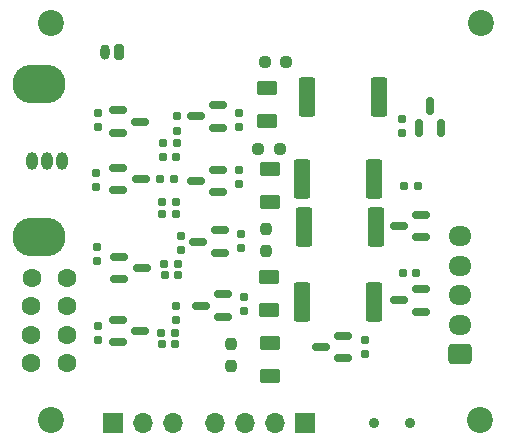
<source format=gbr>
%TF.GenerationSoftware,KiCad,Pcbnew,7.0.6*%
%TF.CreationDate,2023-10-31T01:28:30+01:00*%
%TF.ProjectId,BMSv2,424d5376-322e-46b6-9963-61645f706362,rev?*%
%TF.SameCoordinates,Original*%
%TF.FileFunction,Soldermask,Bot*%
%TF.FilePolarity,Negative*%
%FSLAX46Y46*%
G04 Gerber Fmt 4.6, Leading zero omitted, Abs format (unit mm)*
G04 Created by KiCad (PCBNEW 7.0.6) date 2023-10-31 01:28:30*
%MOMM*%
%LPD*%
G01*
G04 APERTURE LIST*
G04 Aperture macros list*
%AMRoundRect*
0 Rectangle with rounded corners*
0 $1 Rounding radius*
0 $2 $3 $4 $5 $6 $7 $8 $9 X,Y pos of 4 corners*
0 Add a 4 corners polygon primitive as box body*
4,1,4,$2,$3,$4,$5,$6,$7,$8,$9,$2,$3,0*
0 Add four circle primitives for the rounded corners*
1,1,$1+$1,$2,$3*
1,1,$1+$1,$4,$5*
1,1,$1+$1,$6,$7*
1,1,$1+$1,$8,$9*
0 Add four rect primitives between the rounded corners*
20,1,$1+$1,$2,$3,$4,$5,0*
20,1,$1+$1,$4,$5,$6,$7,0*
20,1,$1+$1,$6,$7,$8,$9,0*
20,1,$1+$1,$8,$9,$2,$3,0*%
G04 Aperture macros list end*
%ADD10C,0.900000*%
%ADD11RoundRect,0.250000X0.725000X-0.600000X0.725000X0.600000X-0.725000X0.600000X-0.725000X-0.600000X0*%
%ADD12O,1.950000X1.700000*%
%ADD13C,2.200000*%
%ADD14R,1.700000X1.700000*%
%ADD15O,1.700000X1.700000*%
%ADD16RoundRect,0.200000X0.200000X0.450000X-0.200000X0.450000X-0.200000X-0.450000X0.200000X-0.450000X0*%
%ADD17O,0.800000X1.300000*%
%ADD18C,1.600000*%
%ADD19RoundRect,0.160000X0.197500X0.160000X-0.197500X0.160000X-0.197500X-0.160000X0.197500X-0.160000X0*%
%ADD20RoundRect,0.150000X0.587500X0.150000X-0.587500X0.150000X-0.587500X-0.150000X0.587500X-0.150000X0*%
%ADD21RoundRect,0.249999X0.450001X1.425001X-0.450001X1.425001X-0.450001X-1.425001X0.450001X-1.425001X0*%
%ADD22RoundRect,0.160000X0.160000X-0.197500X0.160000X0.197500X-0.160000X0.197500X-0.160000X-0.197500X0*%
%ADD23RoundRect,0.160000X-0.160000X0.197500X-0.160000X-0.197500X0.160000X-0.197500X0.160000X0.197500X0*%
%ADD24RoundRect,0.150000X-0.587500X-0.150000X0.587500X-0.150000X0.587500X0.150000X-0.587500X0.150000X0*%
%ADD25RoundRect,0.237500X0.237500X-0.250000X0.237500X0.250000X-0.237500X0.250000X-0.237500X-0.250000X0*%
%ADD26RoundRect,0.155000X0.155000X-0.212500X0.155000X0.212500X-0.155000X0.212500X-0.155000X-0.212500X0*%
%ADD27RoundRect,0.250000X0.625000X-0.375000X0.625000X0.375000X-0.625000X0.375000X-0.625000X-0.375000X0*%
%ADD28RoundRect,0.155000X0.212500X0.155000X-0.212500X0.155000X-0.212500X-0.155000X0.212500X-0.155000X0*%
%ADD29RoundRect,0.237500X-0.250000X-0.237500X0.250000X-0.237500X0.250000X0.237500X-0.250000X0.237500X0*%
%ADD30O,1.000000X1.500000*%
%ADD31O,4.500000X3.300000*%
%ADD32RoundRect,0.237500X-0.237500X0.250000X-0.237500X-0.250000X0.237500X-0.250000X0.237500X0.250000X0*%
%ADD33RoundRect,0.150000X0.150000X-0.587500X0.150000X0.587500X-0.150000X0.587500X-0.150000X-0.587500X0*%
G04 APERTURE END LIST*
D10*
%TO.C,SW1*%
X100618600Y-81235000D03*
X103618600Y-81235000D03*
%TD*%
D11*
%TO.C,J1*%
X107913600Y-75371400D03*
D12*
X107913600Y-72871400D03*
X107913600Y-70371400D03*
X107913600Y-67871400D03*
X107913600Y-65371400D03*
%TD*%
D13*
%TO.C,H2*%
X109601000Y-80949800D03*
%TD*%
%TO.C,H4*%
X73232400Y-80924400D03*
%TD*%
D14*
%TO.C,J2*%
X94792800Y-81229200D03*
D15*
X92252800Y-81229200D03*
X89712800Y-81229200D03*
X87172800Y-81229200D03*
%TD*%
D16*
%TO.C,J3*%
X79053600Y-49801400D03*
D17*
X77803600Y-49801400D03*
%TD*%
D18*
%TO.C,TH3*%
X74602600Y-71323200D03*
X71602600Y-71323200D03*
%TD*%
%TO.C,TH2*%
X74575800Y-73710800D03*
X71575800Y-73710800D03*
%TD*%
D14*
%TO.C,J5*%
X78486000Y-81203800D03*
D15*
X81026000Y-81203800D03*
X83566000Y-81203800D03*
%TD*%
D13*
%TO.C,H3*%
X73257800Y-47371000D03*
%TD*%
%TO.C,H1*%
X109677200Y-47345600D03*
%TD*%
D18*
%TO.C,TH1*%
X74575800Y-76098400D03*
X71575800Y-76098400D03*
%TD*%
%TO.C,TH4*%
X74652000Y-68910200D03*
X71652000Y-68910200D03*
%TD*%
D19*
%TO.C,R16*%
X83680900Y-60528200D03*
X82485900Y-60528200D03*
%TD*%
D20*
%TO.C,Q15*%
X104623600Y-63581400D03*
X104623600Y-65481400D03*
X102748600Y-64531400D03*
%TD*%
D21*
%TO.C,R41*%
X100992400Y-53568600D03*
X94892400Y-53568600D03*
%TD*%
D22*
%TO.C,R12*%
X89179400Y-56172700D03*
X89179400Y-54977700D03*
%TD*%
D23*
%TO.C,R26*%
X77190600Y-66319400D03*
X77190600Y-67514400D03*
%TD*%
D24*
%TO.C,Q2*%
X78897000Y-56623700D03*
X78897000Y-54723700D03*
X80772000Y-55673700D03*
%TD*%
D20*
%TO.C,Q3*%
X87399100Y-54281700D03*
X87399100Y-56181700D03*
X85524100Y-55231700D03*
%TD*%
D24*
%TO.C,Q4*%
X78968600Y-61502200D03*
X78968600Y-59602200D03*
X80843600Y-60552200D03*
%TD*%
D22*
%TO.C,R27*%
X77254700Y-74155900D03*
X77254700Y-72960900D03*
%TD*%
D20*
%TO.C,Q17*%
X97993200Y-73792000D03*
X97993200Y-75692000D03*
X96118200Y-74742000D03*
%TD*%
D25*
%TO.C,R39*%
X91490800Y-66596900D03*
X91490800Y-64771900D03*
%TD*%
D26*
%TO.C,C24*%
X102981800Y-56602200D03*
X102981800Y-55467200D03*
%TD*%
D19*
%TO.C,R17*%
X83870800Y-62484000D03*
X82675800Y-62484000D03*
%TD*%
D21*
%TO.C,R43*%
X100789200Y-64566800D03*
X94689200Y-64566800D03*
%TD*%
D27*
%TO.C,D5*%
X91768300Y-77213000D03*
X91768300Y-74413000D03*
%TD*%
D28*
%TO.C,C25*%
X104311300Y-61160900D03*
X103176300Y-61160900D03*
%TD*%
D19*
%TO.C,R23*%
X83795800Y-73558400D03*
X82600800Y-73558400D03*
%TD*%
D28*
%TO.C,C30*%
X84006500Y-68707000D03*
X82871500Y-68707000D03*
%TD*%
D29*
%TO.C,R37*%
X91340300Y-50673000D03*
X93165300Y-50673000D03*
%TD*%
D20*
%TO.C,Q5*%
X87407800Y-59756000D03*
X87407800Y-61656000D03*
X85532800Y-60706000D03*
%TD*%
D23*
%TO.C,R13*%
X83921600Y-55243800D03*
X83921600Y-56438800D03*
%TD*%
D27*
%TO.C,D2*%
X91541600Y-55603600D03*
X91541600Y-52803600D03*
%TD*%
D24*
%TO.C,Q6*%
X79047100Y-69047400D03*
X79047100Y-67147400D03*
X80922100Y-68097400D03*
%TD*%
D21*
%TO.C,R42*%
X100636800Y-60553600D03*
X94536800Y-60553600D03*
%TD*%
%TO.C,R44*%
X100638800Y-70916800D03*
X94538800Y-70916800D03*
%TD*%
D24*
%TO.C,Q8*%
X78935700Y-74356000D03*
X78935700Y-72456000D03*
X80810700Y-73406000D03*
%TD*%
D20*
%TO.C,Q16*%
X104594900Y-69865200D03*
X104594900Y-71765200D03*
X102719900Y-70815200D03*
%TD*%
D29*
%TO.C,R38*%
X90781500Y-57962800D03*
X92606500Y-57962800D03*
%TD*%
D22*
%TO.C,R25*%
X77038200Y-61227300D03*
X77038200Y-60032300D03*
%TD*%
D20*
%TO.C,Q9*%
X87807800Y-70307200D03*
X87807800Y-72207200D03*
X85932800Y-71257200D03*
%TD*%
D19*
%TO.C,R20*%
X84036500Y-67741800D03*
X82841500Y-67741800D03*
%TD*%
D26*
%TO.C,C27*%
X99822000Y-75345100D03*
X99822000Y-74210100D03*
%TD*%
D28*
%TO.C,C28*%
X83879500Y-58635300D03*
X82744500Y-58635300D03*
%TD*%
D22*
%TO.C,R24*%
X77275500Y-56133500D03*
X77275500Y-54938500D03*
%TD*%
%TO.C,R21*%
X89613500Y-71702300D03*
X89613500Y-70507300D03*
%TD*%
D27*
%TO.C,D4*%
X91719400Y-71602600D03*
X91719400Y-68802600D03*
%TD*%
D23*
%TO.C,R22*%
X83807900Y-71284500D03*
X83807900Y-72479500D03*
%TD*%
D22*
%TO.C,R18*%
X89357200Y-66371400D03*
X89357200Y-65176400D03*
%TD*%
D30*
%TO.C,U3*%
X74182200Y-58981200D03*
X72912200Y-58981200D03*
X71642200Y-58981200D03*
D31*
X72212200Y-65481200D03*
X72212200Y-52481200D03*
%TD*%
D27*
%TO.C,D3*%
X91795600Y-62461600D03*
X91795600Y-59661600D03*
%TD*%
D22*
%TO.C,R19*%
X84226400Y-66586700D03*
X84226400Y-65391700D03*
%TD*%
D20*
%TO.C,Q7*%
X87604600Y-64897000D03*
X87604600Y-66797000D03*
X85729600Y-65847000D03*
%TD*%
D28*
%TO.C,C31*%
X83765800Y-74523600D03*
X82630800Y-74523600D03*
%TD*%
%TO.C,C29*%
X83828700Y-63474600D03*
X82693700Y-63474600D03*
%TD*%
D32*
%TO.C,R40*%
X88519000Y-74525500D03*
X88519000Y-76350500D03*
%TD*%
D19*
%TO.C,R14*%
X83909500Y-57517700D03*
X82714500Y-57517700D03*
%TD*%
D22*
%TO.C,R15*%
X89213500Y-60998700D03*
X89213500Y-59803700D03*
%TD*%
D28*
%TO.C,C26*%
X104184300Y-68531400D03*
X103049300Y-68531400D03*
%TD*%
D33*
%TO.C,Q14*%
X106319400Y-56235600D03*
X104419400Y-56235600D03*
X105369400Y-54360600D03*
%TD*%
M02*

</source>
